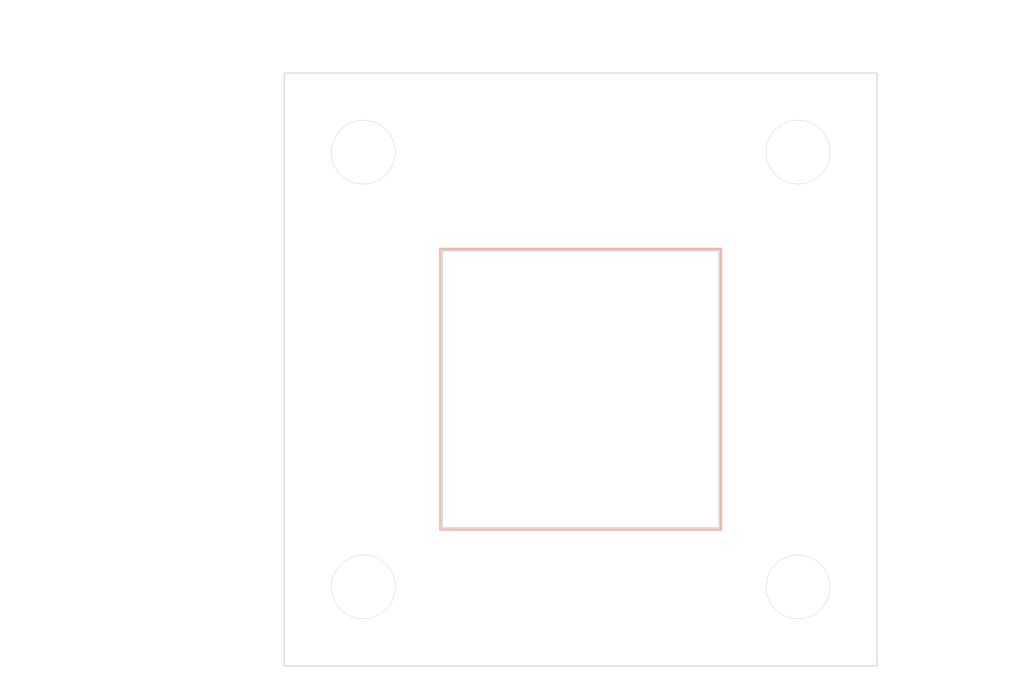
<source format=kicad_pcb>
(kicad_pcb (version 20240108) (generator "pcbnew") (generator_version "8.0")
  (layers (0 "F.Cu" signal) (31 "B.Cu" signal) (34 "B.Paste" user) (35 "F.Paste" user) (36 "B.SilkS" user "B.Silkscreen") (37 "F.SilkS" user "F.Silkscreen") (38 "B.Mask" user) (39 "F.Mask" user) (44 "Edge.Cuts" user))
  (net 0 "")
  (footprint "MountingHole:MountingHole_3.2mm_M3" (layer "F.Cu") (at 156 89)
    (property "Reference" "M2" (hide yes))
    (property "Value" "MountingHole_3.2mm_M3")
    (pad "" np_thru_hole circle (at 0 0) (size 3.2 3.2) (drill 3.2) (layers "F&B.Cu" "*.Mask"))
  )
  (footprint "MountingHole:MountingHole_3.2mm_M3" (layer "F.Cu") (at 134 89)
    (property "Reference" "M1" (hide yes))
    (property "Value" "MountingHole_3.2mm_M3")
    (pad "" np_thru_hole circle (at 0 0) (size 3.2 3.2) (drill 3.2) (layers "*.Cu" "*.Mask"))
  )
  (footprint "MountingHole:MountingHole_3.2mm_M3" (layer "F.Cu") (at 134 111)
    (property "Reference" "M3" (hide yes))
    (property "Value" "MountingHole_3.2mm_M3")
    (pad "" np_thru_hole circle (at 0 0) (size 3.2 3.2) (drill 3.2) (layers "F&B.Cu" "*.Mask"))
  )
  (footprint "Udong:SK20-keyswitch-hole" (layer "F.Cu") (at 145 101)
    (property "Reference" "REF**" (hide yes))
    (property "Value" "SW_Lekker_1.00u")
    (fp_line (start -7.1 -7.1) (end -7.1 7.1) (stroke (width 0.12)) (layer "B.SilkS"))
    (fp_line (start -7.1 7.1) (end 7.1 7.1) (stroke (width 0.12)) (layer "B.SilkS"))
    (fp_line (start 7.1 -7.1) (end -7.1 -7.1) (stroke (width 0.12)) (layer "B.SilkS"))
    (fp_line (start 7.1 7.1) (end 7.1 -7.1) (stroke (width 0.12)) (layer "B.SilkS"))
    (fp_rect (start -7 -7) (end 7 7) (stroke (width 0.05)) (fill none) (layer "Edge.Cuts"))
  )
  (footprint "MountingHole:MountingHole_3.2mm_M3" (layer "F.Cu") (at 156 111)
    (property "Reference" "M4" (hide yes))
    (property "Value" "MountingHole_3.2mm_M3")
    (pad "" np_thru_hole circle (at 0 0) (size 3.2 3.2) (drill 3.2) (layers "F&B.Cu" "*.Mask"))
  )
  (footprint "Udong:SK20-keyswitch-hole" (layer "F.Cu") (at 159 101)
    (property "Reference" "REF**" (hide yes))
    (property "Value" "SK20-keyswitch-hole" (hide yes))
  )
  (gr_circle (center 156 89) (end 157.6 89) (stroke (width 0.05)) (fill none) (layer "Edge.Cuts"))
  (gr_circle (center 134 111) (end 135.6 111) (stroke (width 0.05)) (fill none) (layer "Edge.Cuts"))
  (gr_circle (center 134 89) (end 135.6 89) (stroke (width 0.05)) (fill none) (layer "Edge.Cuts"))
  (gr_circle (center 156 111) (end 157.6 111) (stroke (width 0.05)) (fill none) (layer "Edge.Cuts"))
  (gr_rect (start 130 85) (end 160 115) (stroke (width 0.05)) (fill none) (layer "Edge.Cuts"))
)
</source>
